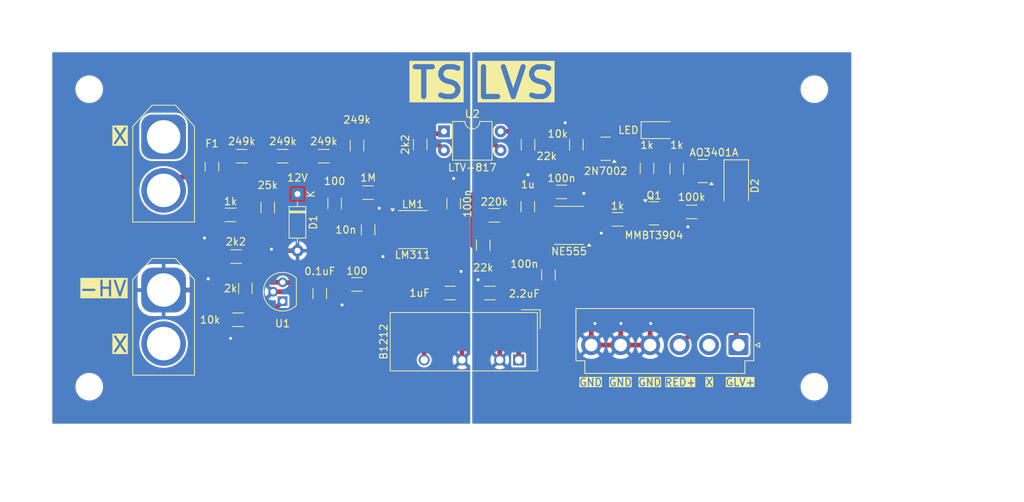
<source format=kicad_pcb>
(kicad_pcb (version 20240108) (generator "pcbnew") (generator_version "8.0")
  (layers (0 "F.Cu" signal) (31 "B.Cu" signal) (34 "B.Paste" user) (35 "F.Paste" user) (36 "B.SilkS" user "B.Silkscreen") (37 "F.SilkS" user "F.Silkscreen") (38 "B.Mask" user) (39 "F.Mask" user) (44 "Edge.Cuts" user))
  (net 0 "")
  (net 1 "/Vref")
  (net 2 "GND")
  (net 3 "Net-(LM1--)")
  (net 4 "Net-(LM1-+)")
  (net 5 "+12V")
  (net 6 "GLV-")
  (net 7 "VCC")
  (net 8 "Net-(U7-CV)")
  (net 9 "Net-(U7-THR)")
  (net 10 "/RED+")
  (net 11 "GLV+")
  (net 13 "/Vin")
  (net 14 "Net-(D3-K)")
  (net 15 "Net-(J1-Pin_2)")
  (net 16 "Net-(F1-Pad1)")
  (net 19 "Net-(LM1-Pad7)")
  (net 20 "Net-(LM1-BAL)")
  (net 21 "Net-(Q1-1)")
  (net 22 "Net-(Q1-3)")
  (net 23 "Net-(U1-REF)")
  (net 24 "Net-(R3-Pad2)")
  (net 25 "Net-(R5-Pad2)")
  (net 26 "Net-(R6-Pad1)")
  (net 27 "Net-(R8-Pad1)")
  (net 28 "Net-(R13-Pad2)")
  (net 29 "Net-(U4-G)")
  (net 30 "Net-(U4-D)")
  (net 31 "Net-(U7-DIS)")
  (net 32 "Net-(U7-Q)")
  (footprint "Capacitor_SMD:C_1206_3216Metric" (layer "F.Cu") (at 133.8825 89.9)
    (property "Reference" "C5" (hide yes))
    (property "Value" "2.2uF" (at 4.6175 0.1 360) (layer "F.SilkS"))
    (pad "1" smd roundrect (at -1.475 0) (size 1.15 1.8) (layers "F.Cu" "F.Paste" "F.Mask") (roundrect_rratio 0.217391) (net 6 "GLV-"))
    (pad "2" smd roundrect (at 1.475 0) (size 1.15 1.8) (layers "F.Cu" "F.Paste" "F.Mask") (roundrect_rratio 0.217391) (net 7 "VCC"))
  )
  (footprint "Capacitor_SMD:C_1206_3216Metric" (layer "F.Cu") (at 141.75 87.475 90)
    (property "Reference" "C6" (hide yes))
    (property "Value" "100n" (at 1.475 -3.25 180) (layer "F.SilkS"))
    (pad "1" smd roundrect (at -1.475 0 90) (size 1.15 1.8) (layers "F.Cu" "F.Paste" "F.Mask") (roundrect_rratio 0.217391) (net 6 "GLV-"))
    (pad "2" smd roundrect (at 1.475 0 90) (size 1.15 1.8) (layers "F.Cu" "F.Paste" "F.Mask") (roundrect_rratio 0.217391) (net 7 "VCC"))
  )
  (footprint "MountingHole:MountingHole_3.2mm_M3" (layer "F.Cu") (at 80 62.5)
    (property "Reference" "H4" (hide yes))
    (property "Value" "MountingHole" (hide yes))
    (pad "" np_thru_hole circle (at 0 0) (size 3.2 3.2) (drill 3.2) (layers "*.Cu" "*.Mask"))
  )
  (footprint "Resistor_SMD:R_1206_3216Metric" (layer "F.Cu") (at 100 93.5 180)
    (property "Reference" "R2" (hide yes))
    (property "Value" "10k" (at 3.75 0 180) (layer "F.SilkS"))
    (pad "1" smd roundrect (at -1.4625 0 180) (size 1.125 1.75) (layers "F.Cu" "F.Paste" "F.Mask") (roundrect_rratio 0.222222) (net 23 "Net-(U1-REF)"))
    (pad "2" smd roundrect (at 1.4625 0 180) (size 1.125 1.75) (layers "F.Cu" "F.Paste" "F.Mask") (roundrect_rratio 0.222222) (net 2 "GND"))
  )
  (footprint "Resistor_SMD:R_1206_3216Metric" (layer "F.Cu") (at 145.5 69.9625 90)
    (property "Reference" "R14" (hide yes))
    (property "Value" "10k" (at 1.4625 -2.5 180) (layer "F.SilkS"))
    (pad "1" smd roundrect (at -1.4625 0 90) (size 1.125 1.75) (layers "F.Cu" "F.Paste" "F.Mask") (roundrect_rratio 0.222222) (net 29 "Net-(U4-G)"))
    (pad "2" smd roundrect (at 1.4625 0 90) (size 1.125 1.75) (layers "F.Cu" "F.Paste" "F.Mask") (roundrect_rratio 0.222222) (net 6 "GLV-"))
  )
  (footprint "Resistor_SMD:R_1206_3216Metric" (layer "F.Cu") (at 134.475 79.4575 180)
    (property "Reference" "R17" (hide yes))
    (property "Value" "220k" (at 0 1.82 360) (layer "F.SilkS"))
    (pad "1" smd roundrect (at -1.4625 0 180) (size 1.125 1.75) (layers "F.Cu" "F.Paste" "F.Mask") (roundrect_rratio 0.222222) (net 9 "Net-(U7-THR)"))
    (pad "2" smd roundrect (at 1.4625 0 180) (size 1.125 1.75) (layers "F.Cu" "F.Paste" "F.Mask") (roundrect_rratio 0.222222) (net 31 "Net-(U7-DIS)"))
  )
  (footprint "Resistor_SMD:R_1206_3216Metric" (layer "F.Cu") (at 155 73.1375 90)
    (property "Reference" "R19" (hide yes))
    (property "Value" "1k" (at 3.1375 0 180) (layer "F.SilkS"))
    (pad "1" smd roundrect (at -1.4625 0 90) (size 1.125 1.75) (layers "F.Cu" "F.Paste" "F.Mask") (roundrect_rratio 0.222222) (net 22 "Net-(Q1-3)"))
    (pad "2" smd roundrect (at 1.4625 0 90) (size 1.125 1.75) (layers "F.Cu" "F.Paste" "F.Mask") (roundrect_rratio 0.222222) (net 14 "Net-(D3-K)"))
  )
  (footprint "MountingHole:MountingHole_3.2mm_M3" (layer "F.Cu") (at 177.5 102.5)
    (property "Reference" "H3" (hide yes))
    (property "Value" "MountingHole" (hide yes))
    (pad "" np_thru_hole circle (at 0 0) (size 3.2 3.2) (drill 3.2) (layers "*.Cu" "*.Mask"))
  )
  (footprint "Capacitor_SMD:C_1206_3216Metric" (layer "F.Cu") (at 129 77.875 90)
    (property "Reference" "C3" (hide yes))
    (property "Value" "100n" (at 0 1.85 90) (layer "F.SilkS"))
    (pad "1" smd roundrect (at -1.475 0 90) (size 1.15 1.8) (layers "F.Cu" "F.Paste" "F.Mask") (roundrect_rratio 0.217391) (net 5 "+12V"))
    (pad "2" smd roundrect (at 1.475 0 90) (size 1.15 1.8) (layers "F.Cu" "F.Paste" "F.Mask") (roundrect_rratio 0.217391) (net 2 "GND"))
  )
  (footprint "Connector_AMASS:AMASS_XT60-M_1x02_P7.20mm_Vertical" (layer "F.Cu") (at 90 89.5 -90)
    (property "Reference" "J2" (hide yes))
    (property "Value" "Conn_01x02_Pin" (hide yes))
    (pad "1" thru_hole roundrect (at 0 0 270) (size 6 6) (drill 4.5) (layers "*.Cu" "*.Mask") (net 2 "GND"))
    (pad "2" thru_hole circle (at 7.2 0 270) (size 6 6) (drill 4.5) (layers "*.Cu" "*.Mask"))
  )
  (footprint "Capacitor_SMD:C_1206_3216Metric" (layer "F.Cu") (at 117.5 81.4 -90)
    (property "Reference" "C2" (hide yes))
    (property "Value" "10n" (at 0 3 180) (layer "F.SilkS"))
    (pad "1" smd roundrect (at -1.475 0 270) (size 1.15 1.8) (layers "F.Cu" "F.Paste" "F.Mask") (roundrect_rratio 0.217391) (net 4 "Net-(LM1-+)"))
    (pad "2" smd roundrect (at 1.475 0 270) (size 1.15 1.8) (layers "F.Cu" "F.Paste" "F.Mask") (roundrect_rratio 0.217391) (net 3 "Net-(LM1--)"))
  )
  (footprint "Resistor_SMD:R_1206_3216Metric" (layer "F.Cu") (at 99.75 85 180)
    (property "Reference" "R4" (hide yes))
    (property "Value" "2k2" (at 0.0375 2 180) (layer "F.SilkS"))
    (pad "1" smd roundrect (at -1.4625 0 180) (size 1.125 1.75) (layers "F.Cu" "F.Paste" "F.Mask") (roundrect_rratio 0.222222) (net 1 "/Vref"))
    (pad "2" smd roundrect (at 1.4625 0 180) (size 1.125 1.75) (layers "F.Cu" "F.Paste" "F.Mask") (roundrect_rratio 0.222222) (net 5 "+12V"))
  )
  (footprint "Package_TO_SOT_THT:TO-92" (layer "F.Cu") (at 106 91 90)
    (property "Reference" "U1" (at -3 0 360) (layer "F.SilkS"))
    (property "Value" "TL431" (hide yes))
    (pad "1" thru_hole rect (at 0 0 90) (size 1.3 1.3) (drill 0.75) (layers "*.Cu" "*.Mask") (net 23 "Net-(U1-REF)"))
    (pad "2" thru_hole circle (at 1.27 -1.27 90) (size 1.3 1.3) (drill 0.75) (layers "*.Cu" "*.Mask") (net 2 "GND"))
    (pad "3" thru_hole circle (at 2.54 0 90) (size 1.3 1.3) (drill 0.75) (layers "*.Cu" "*.Mask") (net 1 "/Vref"))
  )
  (footprint "Resistor_SMD:R_1206_3216Metric" (layer "F.Cu") (at 132.975 83.4575 -90)
    (property "Reference" "R16" (hide yes))
    (property "Value" "22k" (at 3.0375 0 360) (layer "F.SilkS"))
    (pad "1" smd roundrect (at -1.4625 0 270) (size 1.125 1.75) (layers "F.Cu" "F.Paste" "F.Mask") (roundrect_rratio 0.222222) (net 31 "Net-(U7-DIS)"))
    (pad "2" smd roundrect (at 1.4625 0 270) (size 1.125 1.75) (layers "F.Cu" "F.Paste" "F.Mask") (roundrect_rratio 0.222222) (net 7 "VCC"))
  )
  (footprint "Resistor_SMD:R_1206_3216Metric" (layer "F.Cu") (at 151.0375 80 180)
    (property "Reference" "R18" (hide yes))
    (property "Value" "1k" (at 0 1.82 360) (layer "F.SilkS"))
    (pad "1" smd roundrect (at -1.4625 0 180) (size 1.125 1.75) (layers "F.Cu" "F.Paste" "F.Mask") (roundrect_rratio 0.222222) (net 21 "Net-(Q1-1)"))
    (pad "2" smd roundrect (at 1.4625 0 180) (size 1.125 1.75) (layers "F.Cu" "F.Paste" "F.Mask") (roundrect_rratio 0.222222) (net 32 "Net-(U7-Q)"))
  )
  (footprint "Capacitor_SMD:C_1206_3216Metric" (layer "F.Cu") (at 128.525 89.9 180)
    (property "Reference" "C4" (hide yes))
    (property "Value" "1uF" (at 4.1175 0 360) (layer "F.SilkS"))
    (pad "1" smd roundrect (at -1.475 0 180) (size 1.15 1.8) (layers "F.Cu" "F.Paste" "F.Mask") (roundrect_rratio 0.217391) (net 2 "GND"))
    (pad "2" smd roundrect (at 1.475 0 180) (size 1.15 1.8) (layers "F.Cu" "F.Paste" "F.Mask") (roundrect_rratio 0.217391) (net 5 "+12V"))
  )
  (footprint "Capacitor_SMD:C_1206_3216Metric" (layer "F.Cu") (at 138.975 78.305 -90)
    (property "Reference" "C8" (hide yes))
    (property "Value" "1u" (at -3 0 360) (layer "F.SilkS"))
    (pad "1" smd roundrect (at -1.475 0 270) (size 1.15 1.8) (layers "F.Cu" "F.Paste" "F.Mask") (roundrect_rratio 0.217391) (net 6 "GLV-"))
    (pad "2" smd roundrect (at 1.475 0 270) (size 1.15 1.8) (layers "F.Cu" "F.Paste" "F.Mask") (roundrect_rratio 0.217391) (net 9 "Net-(U7-THR)"))
  )
  (footprint "Capacitor_SMD:C_1206_3216Metric" (layer "F.Cu") (at 143.5 76.305 180)
    (property "Reference" "C7" (hide yes))
    (property "Value" "100n" (at 0 1.85 360) (layer "F.SilkS"))
    (pad "1" smd roundrect (at -1.475 0 180) (size 1.15 1.8) (layers "F.Cu" "F.Paste" "F.Mask") (roundrect_rratio 0.217391) (net 6 "GLV-"))
    (pad "2" smd roundrect (at 1.475 0 180) (size 1.15 1.8) (layers "F.Cu" "F.Paste" "F.Mask") (roundrect_rratio 0.217391) (net 8 "Net-(U7-CV)"))
  )
  (footprint "LED_SMD:LED_1206_3216Metric" (layer "F.Cu") (at 156.5 68)
    (property "Reference" "D3" (hide yes))
    (property "Value" "LED" (at -4 0 360) (layer "F.SilkS"))
    (pad "1" smd roundrect (at -1.4 0) (size 1.25 1.75) (layers "F.Cu" "F.Paste" "F.Mask") (roundrect_rratio 0.2) (net 14 "Net-(D3-K)"))
    (pad "2" smd roundrect (at 1.4 0) (size 1.25 1.75) (layers "F.Cu" "F.Paste" "F.Mask") (roundrect_rratio 0.2) (net 7 "VCC"))
  )
  (footprint "Fuse:Fuse_1206_3216Metric" (layer "F.Cu") (at 96.5 72.9 -90)
    (property "Reference" "F1" (at -3.1 0 180) (layer "F.SilkS"))
    (property "Value" "Fuse" (hide yes))
    (pad "1" smd roundrect (at -1.4 0 270) (size 1.25 1.75) (layers "F.Cu" "F.Paste" "F.Mask") (roundrect_rratio 0.2) (net 16 "Net-(F1-Pad1)"))
    (pad "2" smd roundrect (at 1.4 0 270) (size 1.25 1.75) (layers "F.Cu" "F.Paste" "F.Mask") (roundrect_rratio 0.2) (net 15 "Net-(J1-Pin_2)"))
  )
  (footprint "Resistor_SMD:R_1206_3216Metric" (layer "F.Cu") (at 104 78.4 90)
    (property "Reference" "R8" (hide yes))
    (property "Value" "25k" (at 3 0 180) (layer "F.SilkS"))
    (pad "1" smd roundrect (at -1.4625 0 90) (size 1.125 1.75) (layers "F.Cu" "F.Paste" "F.Mask") (roundrect_rratio 0.222222) (net 27 "Net-(R8-Pad1)"))
    (pad "2" smd roundrect (at 1.4625 0 90) (size 1.125 1.75) (layers "F.Cu" "F.Paste" "F.Mask") (roundrect_rratio 0.222222) (net 13 "/Vin"))
  )
  (footprint "Capacitor_SMD:C_1206_3216Metric" (layer "F.Cu") (at 111 89.975 -90)
    (property "Reference" "C1" (hide yes))
    (property "Value" "0.1uF" (at -3 0 360) (layer "F.SilkS"))
    (pad "1" smd roundrect (at -1.475 0 270) (size 1.15 1.8) (layers "F.Cu" "F.Paste" "F.Mask") (roundrect_rratio 0.217391) (net 1 "/Vref"))
    (pad "2" smd roundrect (at 1.475 0 270) (size 1.15 1.8) (layers "F.Cu" "F.Paste" "F.Mask") (roundrect_rratio 0.217391) (net 2 "GND"))
  )
  (footprint "Package_TO_SOT_SMD:SOT-23" (layer "F.Cu") (at 149.4375 70.5 180)
    (property "Reference" "U4" (hide yes))
    (property "Value" "2N7002" (at 0 -3 360) (layer "F.SilkS"))
    (pad "1" smd roundrect (at -0.9375 -0.95 180) (size 1.475 0.6) (layers "F.Cu" "F.Paste" "F.Mask") (net 29 "Net-(U4-G)"))
    (pad "2" smd roundrect (at -0.9375 0.95 180) (size 1.475 0.6) (layers "F.Cu" "F.Paste" "F.Mask") (net 6 "GLV-"))
    (pad "3" smd roundrect (at 0.9375 0 180) (size 1.475 0.6) (layers "F.Cu" "F.Paste" "F.Mask") (net 30 "Net-(U4-D)"))
  )
  (footprint "Resistor_SMD:R_1206_3216Metric" (layer "F.Cu") (at 116 70.0625 -90)
    (property "Reference" "R7" (hide yes))
    (property "Value" "249k" (at -3.4625 0 180) (layer "F.SilkS"))
    (pad "1" smd roundrect (at -1.4625 0 270) (size 1.125 1.75) (layers "F.Cu" "F.Paste" "F.Mask") (roundrect_rratio 0.222222) (net 26 "Net-(R6-Pad1)"))
    (pad "2" smd roundrect (at 1.4625 0 270) (size 1.125 1.75) (layers "F.Cu" "F.Paste" "F.Mask") (roundrect_rratio 0.222222) (net 13 "/Vin"))
  )
  (footprint "Package_SO:SOIC-8_3.9x4.9mm_P1.27mm" (layer "F.Cu") (at 123.5 81.375)
    (property "Reference" "LM1" (at 0 -3.4 0) (layer "F.SilkS"))
    (property "Value" "LM311" (at 0 3.4 0) (layer "F.SilkS"))
    (pad "1" smd roundrect (at -2.475 -1.905) (size 1.95 0.6) (layers "F.Cu" "F.Paste" "F.Mask") (net 2 "GND"))
    (pad "2" smd roundrect (at -2.475 -0.635) (size 1.95 0.6) (layers "F.Cu" "F.Paste" "F.Mask") (net 4 "Net-(LM1-+)"))
    (pad "3" smd roundrect (at -2.475 0.635) (size 1.95 0.6) (layers "F.Cu" "F.Paste" "F.Mask") (net 3 "Net-(LM1--)"))
    (pad "4" smd roundrect (at -2.475 1.905) (size 1.95 0.6) (layers "F.Cu" "F.Paste" "F.Mask") (net 2 "GND"))
    (pad "5" smd roundrect (at 2.475 1.905) (size 1.95 0.6) (layers "F.Cu" "F.Paste" "F.Mask") (net 20 "Net-(LM1-BAL)"))
    (pad "6" smd roundrect (at 2.475 0.635) (size 1.95 0.6) (layers "F.Cu" "F.Paste" "F.Mask") (net 20 "Net-(LM1-BAL)"))
    (pad "7" smd roundrect (at 2.475 -0.635) (size 1.95 0.6) (layers "F.Cu" "F.Paste" "F.Mask") (net 19 "Net-(LM1-Pad7)"))
    (pad "8" smd roundrect (at 2.475 -1.905) (size 1.95 0.6) (layers "F.Cu" "F.Paste" "F.Mask") (net 5 "+12V"))
  )
  (footprint "MountingHole:MountingHole_3.2mm_M3" (layer "F.Cu") (at 177.5 62.5)
    (property "Reference" "H1" (hide yes))
    (property "Value" "MountingHole" (hide yes))
    (pad "" np_thru_hole circle (at 0 0) (size 3.2 3.2) (drill 3.2) (layers "*.Cu" "*.Mask"))
  )
  (footprint "Connector_JST:JST_VH_B6P-VH_1x06_P3.96mm_Vertical" (layer "F.Cu") (at 167.3 96.9 180)
    (property "Reference" "Conn_01x1" (hide yes))
    (property "Value" "Conn_01x06" (hide yes))
    (pad "1" thru_hole roundrect (at 0 0 180) (size 2.7 2.7) (drill 1.7) (layers "*.Cu" "*.Mask") (roundrect_rratio 0.092593) (net 11 "GLV+"))
    (pad "2" thru_hole circle (at 3.96 0 180) (size 2.7 2.7) (drill 1.7) (layers "*.Cu" "*.Mask"))
    (pad "3" thru_hole circle (at 7.92 0 180) (size 2.7 2.7) (drill 1.7) (layers "*.Cu" "*.Mask") (net 10 "/RED+"))
    (pad "4" thru_hole circle (at 11.88 0 180) (size 2.7 2.7) (drill 1.7) (layers "*.Cu" "*.Mask") (net 6 "GLV-"))
    (pad "5" thru_hole circle (at 15.84 0 180) (size 2.7 2.7) (drill 1.7) (layers "*.Cu" "*.Mask") (net 6 "GLV-"))
    (pad "6" thru_hole circle (at 19.8 0 180) (size 2.7 2.7) (drill 1.7) (layers "*.Cu" "*.Mask") (net 6 "GLV-"))
  )
  (footprint "Diode_SMD:D_SMA" (layer "F.Cu") (at 167 75.5 -90)
    (property "Reference" "D2" (at 0 -2.5 90) (layer "F.SilkS"))
    (property "Value" "D" (hide yes))
    (pad "1" smd roundrect (at -2 0 270) (size 2.5 1.8) (layers "F.Cu" "F.Paste" "F.Mask") (roundrect_rratio 0.1388888889) (net 7 "VCC"))
    (pad "2" smd roundrect (at 2 0 270) (size 2.5 1.8) (layers "F.Cu" "F.Paste" "F.Mask") (roundrect_rratio 0.1388888889) (net 11 "GLV+"))
  )
  (footprint "Resistor_SMD:R_1206_3216Metric" (layer "F.Cu") (at 106 71.5)
    (property "Reference" "R5" (hide yes))
    (property "Value" "249k" (at 0.0375 -2 180) (layer "F.SilkS"))
    (pad "1" smd roundrect (at -1.4625 0) (size 1.125 1.75) (layers "F.Cu" "F.Paste" "F.Mask") (roundrect_rratio 0.222222) (net 24 "Net-(R3-Pad2)"))
    (pad "2" smd roundrect (at 1.4625 0) (size 1.125 1.75) (layers "F.Cu" "F.Paste" "F.Mask") (roundrect_rratio 0.222222) (net 25 "Net-(R5-Pad2)"))
  )
  (footprint "Package_TO_SOT_SMD:SOT-23" (layer "F.Cu") (at 155.9375 79.1875)
    (property "Reference" "Q1" (at 0 -2.4 360) (layer "F.SilkS"))
    (property "Value" "MMBT3904" (at 0 2.95 360) (layer "F.SilkS"))
    (pad "1" smd roundrect (at -0.9375 -0.95) (size 1.475 0.6) (layers "F.Cu" "F.Paste" "F.Mask") (net 22 "Net-(Q1-3)"))
    (pad "2" smd roundrect (at -0.9375 0.95) (size 1.475 0.6) (layers "F.Cu" "F.Paste" "F.Mask") (net 21 "Net-(Q1-1)"))
    (pad "3" smd roundrect (at 0.9375 0) (size 1.475 0.6) (layers "F.Cu" "F.Paste" "F.Mask") (net 6 "GLV-"))
  )
  (footprint "Resistor_SMD:R_1206_3216Metric" (layer "F.Cu") (at 159 73.2125 90)
    (property "Reference" "R20" (hide yes))
    (property "Value" "1k" (at 3.2125 0 180) (layer "F.SilkS"))
    (pad "1" smd roundrect (at -1.4625 0 90) (size 1.125 1.75) (layers "F.Cu" "F.Paste" "F.Mask") (roundrect_rratio 0.222222) (net 22 "Net-(Q1-3)"))
    (pad "2" smd roundrect (at 1.4625 0 90) (size 1.125 1.75) (layers "F.Cu" "F.Paste" "F.Mask") (roundrect_rratio 0.222222) (net 7 "VCC"))
  )
  (footprint "Resistor_SMD:R_1206_3216Metric" (layer "F.Cu") (at 124.5 69.9375 90)
    (property "Reference" "R13" (hide yes))
    (property "Value" "2k2" (at 0 -2 90) (layer "F.SilkS"))
    (pad "1" smd roundrect (at -1.4625 0 90) (size 1.125 1.75) (layers "F.Cu" "F.Paste" "F.Mask") (roundrect_rratio 0.222222) (net 5 "+12V"))
    (pad "2" smd roundrect (at 1.4625 0 90) (size 1.125 1.75) (layers "F.Cu" "F.Paste" "F.Mask") (roundrect_rratio 0.222222) (net 28 "Net-(R13-Pad2)"))
  )
  (footprint "Converter_DCDC:Converter_DCDC_TRACO_TBA2-xxxx_Single_THT" (layer "F.Cu") (at 137.7375 98.9 -90)
    (property "Reference" "U3" (hide yes))
    (property "Value" "B1212" (at -2.45 18.15 90) (layer "F.SilkS"))
    (pad "1" thru_hole rect (at 0 0 270) (size 1.5 1.5) (drill 1) (layers "*.Cu" "*.Mask") (net 7 "VCC"))
    (pad "2" thru_hole circle (at 0 2.54 270) (size 1.5 1.5) (drill 1) (layers "*.Cu" "*.Mask") (net 6 "GLV-"))
    (pad "4" thru_hole circle (at 0 7.62 270) (size 1.5 1.5) (drill 1) (layers "*.Cu" "*.Mask") (net 2 "GND"))
    (pad "6" thru_hole circle (at 0 12.7 270) (size 1.5 1.5) (drill 1) (layers "*.Cu" "*.Mask") (net 5 "+12V"))
  )
  (footprint "Package_TO_SOT_SMD:SOT-23" (layer "F.Cu") (at 162.5 73.5 180)
    (property "Reference" "Q3" (hide yes))
    (property "Value" "AO3401A" (at -1.5 2.5 360) (layer "F.SilkS"))
    (pad "1" smd roundrect (at -0.9375 -0.95 180) (size 1.475 0.6) (layers "F.Cu" "F.Paste" "F.Mask") (net 22 "Net-(Q1-3)"))
    (pad "2" smd roundrect (at -0.9375 0.95 180) (size 1.475 0.6) (layers "F.Cu" "F.Paste" "F.Mask") (net 7 "VCC"))
    (pad "3" smd roundrect (at 0.9375 0 180) (size 1.475 0.6) (layers "F.Cu" "F.Paste" "F.Mask") (net 10 "/RED+"))
  )
  (footprint "Package_DIP:DIP-4_W7.62mm" (layer "F.Cu") (at 127.7 68.1625)
    (property "Reference" "U2" (at 3.81 -2.33 0) (layer "F.SilkS"))
    (property "Value" "LTV-817" (at 3.81 4.87 0) (layer "F.SilkS"))
    (pad "1" thru_hole rect (at 0 0) (size 1.6 1.6) (drill 0.8) (layers "*.Cu" "*.Mask") (net 28 "Net-(R13-Pad2)"))
    (pad "2" thru_hole oval (at 0 2.54) (size 1.6 1.6) (drill 0.8) (layers "*.Cu" "*.Mask") (net 19 "Net-(LM1-Pad7)"))
    (pad "3" thru_hole oval (at 7.62 2.54) (size 1.6 1.6) (drill 0.8) (layers "*.Cu" "*.Mask") (net 29 "Net-(U4-G)"))
    (pad "4" thru_hole oval (at 7.62 0) (size 1.6 1.6) (drill 0.8) (layers "*.Cu" "*.Mask") (net 7 "VCC"))
  )
  (footprint "Resistor_SMD:R_1206_3216Metric" (layer "F.Cu") (at 161 79)
    (property "Reference" "R21" (hide yes))
    (property "Value" "100k" (at 0 -2 0) (layer "F.SilkS"))
    (pad "1" smd roundrect (at -1.4625 0) (size 1.125 1.75) (layers "F.Cu" "F.Paste" "F.Mask") (roundrect_rratio 0.222222) (net 6 "GLV-"))
    (pad "2" smd roundrect (at 1.4625 0) (size 1.125 1.75) (layers "F.Cu" "F.Paste" "F.Mask") (roundrect_rratio 0.222222) (net 22 "Net-(Q1-3)"))
  )
  (footprint "MountingHole:MountingHole_3.2mm_M3" (layer "F.Cu") (at 80 102.5)
    (property "Reference" "H2" (hide yes))
    (property "Value" "MountingHole" (hide yes))
    (pad "" np_thru_hole circle (at 0 0) (size 3.2 3.2) (drill 3.2) (layers "*.Cu" "*.Mask"))
  )
  (footprint "Resistor_SMD:R_1206_3216Metric" (layer "F.Cu") (at 113 77.8625 90)
    (property "Reference" "R10" (hide yes))
    (property "Value" "100" (at 3 0 180) (layer "F.SilkS"))
    (pad "1" smd roundrect (at -1.4625 0 90) (size 1.125 1.75) (layers "F.Cu" "F.Paste" "F.Mask") (roundrect_rratio 0.222222) (net 4 "Net-(LM1-+)"))
    (pad "2" smd roundrect (at 1.4625 0 90) (size 1.125 1.75) (layers "F.Cu" "F.Paste" "F.Mask") (roundrect_rratio 0.222222) (net 13 "/Vin"))
  )
  (footprint "Resistor_SMD:R_1206_3216Metric" (layer "F.Cu") (at 117.5 76.4)
    (property "Reference" "R12" (hide yes))
    (property "Value" "1M" (at 0 -2 0) (layer "F.SilkS"))
    (pad "1" smd roundrect (at -1.4625 0) (size 1.125 1.75) (layers "F.Cu" "F.Paste" "F.Mask") (roundrect_rratio 0.222222) (net 13 "/Vin"))
    (pad "2" smd roundrect (at 1.4625 0) (size 1.125 1.75) (layers "F.Cu" "F.Paste" "F.Mask") (roundrect_rratio 0.222222) (net 19 "Net-(LM1-Pad7)"))
  )
  (footprint "Resistor_SMD:R_1206_3216Metric" (layer "F.Cu") (at 99 79.4 180)
    (property "Reference" "R9" (hide yes))
    (property "Value" "1k" (at 0 1.82 360) (layer "F.SilkS"))
    (pad "1" smd roundrect (at -1.4625 0 180) (size 1.125 1.75) (layers "F.Cu" "F.Paste" "F.Mask") (roundrect_rratio 0.222222) (net 27 "Net-(R8-Pad1)"))
    (pad "2" smd roundrect (at 1.4625 0 180) (size 1.125 1.75) (layers "F.Cu" "F.Paste" "F.Mask") (roundrect_rratio 0.222222) (net 2 "GND"))
  )
  (footprint "Diode_THT:D_DO-35_SOD27_P7.62mm_Horizontal" (layer "F.Cu") (at 108 76.59 -90)
    (property "Reference" "D1" (at 3.81 -2.12 90) (layer "F.SilkS"))
    (property "Value" "12V" (at -2.19 0 180) (layer "F.SilkS"))
    (fp_text user "K" (at 0 -1.8 90) (layer "F.SilkS"))
    (pad "1" thru_hole rect (at 0 0 270) (size 1.6 1.6) (drill 0.8) (layers "*.Cu" "*.Mask") (net 13 "/Vin"))
    (pad "2" thru_hole oval (at 7.62 0 270) (size 1.6 1.6) (drill 0.8) (layers "*.Cu" "*.Mask") (net 2 "GND"))
  )
  (footprint "Resistor_SMD:R_1206_3216Metric" (layer "F.Cu") (at 111.5375 71.5 180)
    (property "Reference" "R6" (hide yes))
    (property "Value" "249k" (at 0 2 180) (layer "F.SilkS"))
    (pad "1" smd roundrect (at -1.4625 0 180) (size 1.125 1.75) (layers "F.Cu" "F.Paste" "F.Mask") (roundrect_rratio 0.222222) (net 26 "Net-(R6-Pad1)"))
    (pad "2" smd roundrect (at 1.4625 0 180) (size 1.125 1.75) (layers "F.Cu" "F.Paste" "F.Mask") (roundrect_rratio 0.222222) (net 25 "Net-(R5-Pad2)"))
  )
  (footprint "Resistor_SMD:R_1206_3216Metric" (layer "F.Cu") (at 101 89.2875 -90)
    (property "Reference" "R1" (hide yes))
    (property "Value" "2k" (at 0 2 360) (layer "F.SilkS"))
    (pad "1" smd roundrect (at -1.4625 0 270) (size 1.125 1.75) (layers "F.Cu" "F.Paste" "F.Mask") (roundrect_rratio 0.222222) (net 1 "/Vref"))
    (pad "2" smd roundrect (at 1.4625 0 270) (size 1.125 1.75) (layers "F.Cu" "F.Paste" "F.Mask") (roundrect_rratio 0.222222) (net 23 "Net-(U1-REF)"))
  )
  (footprint "Package_SO:SOIC-8_3.9x4.9mm_P1.27mm" (layer "F.Cu") (at 144.525 80.805 180)
    (property "Reference" "U7" (hide yes))
    (property "Value" "NE555" (at 0 -3.5 360) (layer "F.SilkS"))
    (pad "1" smd roundrect (at -2.475 -1.905 180) (size 1.95 0.6) (layers "F.Cu" "F.Paste" "F.Mask") (net 6 "GLV-"))
    (pad "2" smd roundrect (at -2.475 -0.635 180) (size 1.95 0.6) (layers "F.Cu" "F.Paste" "F.Mask") (net 9 "Net-(U7-THR)"))
    (pad "3" smd roundrect (at -2.475 0.635 180) (size 1.95 0.6) (layers "F.Cu" "F.Paste" "F.Mask") (net 32 "Net-(U7-Q)"))
    (pad "4" smd roundrect (at -2.475 1.905 180) (size 1.95 0.6) (layers "F.Cu" "F.Paste" "F.Mask") (net 30 "Net-(U4-D)"))
    (pad "5" smd roundrect (at 2.475 1.905 180) (size 1.95 0.6) (layers "F.Cu" "F.Paste" "F.Mask") (net 8 "Net-(U7-CV)"))
    (pad "6" smd roundrect (at 2.475 0.635 180) (size 1.95 0.6) (layers "F.Cu" "F.Paste" "F.Mask") (net 9 "Net-(U7-THR)"))
    (pad "7" smd roundrect (at 2.475 -0.635 180) (size 1.95 0.6) (layers "F.Cu" "F.Paste" "F.Mask") (net 31 "Net-(U7-DIS)"))
    (pad "8" smd roundrect (at 2.475 -1.905 180) (size 1.95 0.6) (layers "F.Cu" "F.Paste" "F.Mask") (net 7 "VCC"))
  )
  (footprint "Resistor_SMD:R_1206_3216Metric" (layer "F.Cu") (at 139 69.9625 90)
    (property "Reference" "R15" (hide yes))
    (property "Value" "22k" (at -1.5375 2.5 180) (layer "F.SilkS"))
    (pad "1" smd roundrect (at -1.4625 0 90) (size 1.125 1.75) (layers "F.Cu" "F.Paste" "F.Mask") (roundrect_rratio 0.222222) (net 30 "Net-(U4-D)"))
    (pad "2" smd roundrect (at 1.4625 0 90) (size 1.125 1.75) (layers "F.Cu" "F.Paste" "F.Mask") (roundrect_rratio 0.222222) (net 7 "VCC"))
  )
  (footprint "Connector_AMASS:AMASS_XT60-M_1x02_P7.20mm_Vertical" (layer "F.Cu") (at 90 68.9 -90)
    (property "Reference" "J1" (hide yes))
    (property "Value" "Conn_01x02_Pin" (hide yes))
    (pad "1" thru_hole roundrect (at 0 0 270) (size 6 6) (drill 4.5) (layers "*.Cu" "*.Mask"))
    (pad "2" thru_hole circle (at 7.2 0 270) (size 6 6) (drill 4.5) (layers "*.Cu" "*.Mask") (net 15 "Net-(J1-Pin_2)"))
  )
  (footprint "Resistor_SMD:R_1206_3216Metric" (layer "F.Cu") (at 116 88.75 180)
    (property "Reference" "R11" (hide yes))
    (property "Value" "100" (at 0 1.82 360) (layer "F.SilkS"))
    (pad "1" smd roundrect (at -1.4625 0 180) (size 1.125 1.75) (layers "F.Cu" "F.Paste" "F.Mask") (roundrect_rratio 0.222222) (net 3 "Net-(LM1--)"))
    (pad "2" smd roundrect (at 1.4625 0 180) (size 1.125 1.75) (layers "F.Cu" "F.Paste" "F.Mask") (roundrect_rratio 0.222222) (net 1 "/Vref"))
  )
  (footprint "Resistor_SMD:R_1206_3216Metric" (layer "F.Cu") (at 100.5 71.5)
    (property "Reference" "R3" (hide yes))
    (property "Value" "249k" (at 0 -2 180) (layer "F.SilkS"))
    (pad "1" smd roundrect (at -1.4625 0) (size 1.125 1.75) (layers "F.Cu" "F.Paste" "F.Mask") (roundrect_rratio 0.222222) (net 16 "Net-(F1-Pad1)"))
    (pad "2" smd roundrect (at 1.4625 0) (size 1.125 1.75) (layers "F.Cu" "F.Paste" "F.Mask") (roundrect_rratio 0.222222) (net 24 "Net-(R3-Pad2)"))
  )
  (gr_rect (start 75 57.5) (end 182.5 107.5) (stroke (width 0.05)) (fill none) (layer "Edge.Cuts"))
  (gr_text "TS" (at 123 64 0) (layer "F.SilkS" knockout) (effects (font (size 4 4) (thickness 0.7) (bold yes)) (justify left bottom)))
  (gr_text "X" (at 162.8 102.5 0) (layer "F.SilkS" knockout) (effects (font (size 1 1)) (justify left bottom)))
  (gr_text "X" (at 83 70 0) (layer "F.SilkS" knockout) (effects (font (size 2 2) (thickness 0.3)) (justify left bottom)))
  (gr_text "-HV" (at 78.5 90.5 0) (layer "F.SilkS" knockout) (effects (font (size 2 2) (thickness 0.3)) (justify left bottom)))
  (gr_text "LVS\n" (at 131.6 64 0) (layer "F.SilkS" knockout) (effects (font (size 4 4) (thickness 0.7) (bold yes)) (justify left bottom)))
  (gr_text "RED+" (at 157.3 102.5 0) (layer "F.SilkS" knockout) (effects (font (size 1 1)) (justify left bottom)))
  (gr_text "GND" (at 153.75 102.5 0) (layer "F.SilkS" knockout) (effects (font (size 1 1)) (justify left bottom)))
  (gr_text "X" (at 83 98 0) (layer "F.SilkS" knockout) (effects (font (size 2 2) (thickness 0.3)) (justify left bottom)))
  (gr_text "GND" (at 145.8 102.5 0) (layer "F.SilkS" knockout) (effects (font (size 1 1)) (justify left bottom)))
  (gr_text "GND" (at 149.8 102.5 0) (layer "F.SilkS" knockout) (effects (font (size 1 1)) (justify left bottom)))
  (gr_text "GLV+" (at 165.5 102.5 0) (layer "F.SilkS" knockout) (effects (font (size 1 1)) (justify left bottom)))
  (segment (start 114.5375 88.75) (end 111.25 88.75) (width 0.635) (layer "F.Cu") (net 1))
  (segment (start 111.25 88.75) (end 111 88.5) (width 0.635) (layer "F.Cu") (net 1))
  (segment (start 111 88.5) (end 106.04 88.5) (width 0.635) (layer "F.Cu") (net 1))
  (segment (start 106.04 88.5) (end 106 88.46) (width 0.635) (layer "F.Cu") (net 1))
  (segment (start 101 87.825) (end 101 85.2125) (width 0.635) (layer "F.Cu") (net 1))
  (segment (start 101.635 88.46) (end 101 87.825) (width 0.635) (layer "F.Cu") (net 1))
  (segment (start 101 85.2125) (end 101.2125 85) (width 0.635) (layer "F.Cu") (net 1))
  (segment (start 106 88.46) (end 101.635 88.46) (width 0.635) (layer "F.Cu") (net 1))
  (segment (start 129 76.4) (end 129 74.5) (width 0.635) (layer "F.Cu") (net 2))
  (segment (start 119.97 79.47) (end 119 78.5) (width 0.635) (layer "F.Cu") (net 2))
  (segment (start 111 91.45) (end 113.95 91.45) (width 0.635) (layer "F.Cu") (net 2))
  (segment (start 121.025 83.475) (end 119.5 85) (width 0.635) (layer "F.Cu") (net 2))
  (segment (start 97.5375 80.4625) (end 95.5 82.5) (width 0.635) (layer "F.Cu") (net 2))
  (segment (start 113.95 91.45) (end 114 91.5) (width 0.635) (layer "F.Cu") (net 2))
  (segment (start 108 84.21) (end 104.71 84.21) (width 0.635) (layer "F.Cu") (net 2))
  (segment (start 130 89.9) (end 130 87) (width 0.635) (layer "F.Cu") (net 2))
  (segment (start 98.5375 93.5) (end 98.5375 95.5375) (width 0.635) (layer "F.Cu") (net 2))
  (segment (start 130.1175 98.9) (end 130.1175 90.0175) (width 0.635) (layer "F.Cu") (net 2))
  (segment (start 94.5375 89.5) (end 94.5375 89.4625) (width 0.635) (layer "F.Cu") (net 2))
  (segment (start 130.1175 90.0175) (end 130 89.9) (width 0.635) (layer "F.Cu") (net 2))
  (segment (start 121.025 79.47) (end 119.97 79.47) (width 0.635) (layer "F.Cu") (net 2))
  (segment (start 98.5375 95.5375) (end 99 96) (width 0.635) (layer "F.Cu") (net 2))
  (segment (start 109.28 89.73) (end 104.73 89.73) (width 0.635) (layer "F.Cu") (net 2))
  (segment (start 111 91.45) (end 109.28 89.73) (width 0.635) (layer "F.Cu") (net 2))
  (segment (start 94.5375 89.5) (end 98.5375 93.5) (width 0.635) (layer "F.Cu") (net 2))
  (segment (start 94.5375 89.4625) (end 96 88) (width 0.635) (layer "F.Cu") (net 2))
  (segment (start 90 89.5) (end 94.5375 89.5) (width 0.635) (layer "F.Cu") (net 2))
  (segment (start 97.5375 79.4) (end 97.5375 80.4625) (width 0.635) (layer "F.Cu") (net 2))
  (segment (start 121.025 83.28) (end 121.025 83.475) (width 0.635) (layer "F.Cu") (net 2))
  (segment (start 104.71 84.21) (end 104.5 84) (width 0.635) (layer "F.Cu") (net 2))
  (via (at 119.5 85) (size 0.8) (drill 0.4) (layers "F.Cu" "B.Cu") (net 2))
  (via (at 99 96) (size 0.8) (drill 0.4) (layers "F.Cu" "B.Cu") (net 2))
  (via (at 104.5 84) (size 0.8) (drill 0.4) (layers "F.Cu" "B.Cu") (net 2))
  (via (at 96 88) (size 0.8) (drill 0.4) (layers "F.Cu" "B.Cu") (net 2))
  (via (at 95.5 82.5) (size 0.8) (drill 0.4) (layers "F.Cu" "B.Cu") (net 2))
  (via (at 114 91.5) (size 0.8) (drill 0.4) (layers "F.Cu" "B.Cu") (net 2))
  (via (at 119 78.5) (size 0.8) (drill 0.4) (layers "F.Cu" "B.Cu") (net 2))
  (via (at 130 87) (size 0.8) (drill 0.4) (layers "F.Cu" "B.Cu") (net 2))
  (via (at 129 74.5) (size 0.8) (drill 0.4) (layers "F.Cu" "B.Cu") (net 2))
  (segment (start 117.4625 82.9125) (end 117.5 82.875) (width 0.635) (layer "F.Cu") (net 3))
  (segment (start 117.4625 88.75) (end 117.4625 82.9125) (width 0.635) (layer "F.Cu") (net 3))
  (segment (start 118.365 82.01) (end 117.5 82.875) (width 0.635) (layer "F.Cu") (net 3))
  (segment (start 121.025 82.01) (end 118.365 82.01) (width 0.635) (layer "F.Cu") (net 3))
  (segment (start 118.315 80.74) (end 117.5 79.925) (width 0.635) (layer "F.Cu") (net 4))
  (segment (start 113 79.325) (end 116.9 79.325) (width 0.635) (layer "F.Cu") (net 4))
  (segment (start 121.025 80.74) (end 118.315 80.74) (width 0.635) (layer "F.Cu") (net 4))
  (segment (start 116.9 79.325) (end 117.5 79.925) (width 0.635) (layer "F.Cu") (net 4))
  (segment (start 100.205 83.0825) (end 102.284959 83.0825) (width 0.635) (layer "F.Cu") (net 5))
  (segment (start 123 88) (end 127.05 88) (width 0.635) (layer "F.Cu") (net 5))
  (segment (start 129 85) (end 127.05 86.95) (width 0.635) (layer "F.Cu") (net 5))
  (segment (start 128.88 79.47) (end 129 79.35) (width 0.635) (layer "F.Cu") (net 5))
  (segment (start 114.944836 87.1275) (end 115.6175 87.800164) (width 0.635) (layer "F.Cu") (net 5))
  (segment (start 115.6175 87.800164) (end 115.6175 89.699836) (width 0.635) (layer "F.Cu") (net 5))
  (segment (start 125.975 79.47) (end 127 79.47) (width 0.635) (layer "F.Cu") (net 5))
  (segment (start 120.8575 90.1425) (end 123 88) (width 0.635) (layer "F.Cu") (net 5))
  (segment (start 125.0375 98.9) (end 125.0375 91.9125) (width 0.635) (layer "F.Cu") (net 5))
  (segment (start 116.060164 90.1425) (end 120.8575 90.1425) (width 0.635) (layer "F.Cu") (net 5))
  (segment (start 102.284959 83.0825) (end 106.329959 87.1275) (width 0.635) (layer "F.Cu") (net 5))
  (segment (start 127.05 86.95) (end 127.05 88) (width 0.635) (layer "F.Cu") (net 5))
  (segment (start 115.6175 89.699836) (end 116.060164 90.1425) (width 0.635) (layer "F.Cu") (net 5))
  (segment (start 106.329959 87.1275) (end 114.944836 87.1275) (width 0.635) (layer "F.Cu") (net 5))
  (segment (start 127 79.47) (end 128.88 79.47) (width 0.635) (layer "F.Cu") (net 5))
  (segment (start 127.05 88) (end 127.05 89.9) (width 0.635) (layer "F.Cu") (net 5))
  (segment (start 98.2875 85) (end 100.205 83.0825) (width 0.635) (layer "F.Cu") (net 5))
  (segment (start 127 77.35) (end 129 79.35) (width 0.635) (layer "F.Cu") (net 5))
  (segment (start 129 79.35) (end 129 85) (width 0.635) (layer "F.Cu") (net 5))
  (segment (start 127 73.9) (end 127 77.35) (width 0.635) (layer "F.Cu") (net 5))
  (segment (start 127 73.9) (end 124.5 71.4) (width 0.635) (layer "F.Cu") (net 5))
  (segment (start 125.0375 91.9125) (end 127.05 89.9) (width 0.635) (layer "F.Cu") (net 5))
  (segment (start 135.1975 92.69) (end 132.4075 89.9) (width 0.635) (layer "F.Cu") (net 6))
  (segment (start 135.1975 98.9) (end 135.1975 92.69) (width 0.635) (layer "F.Cu") (net 6))
  (segment (start 147.5 96.9) (end 147.5 94.7) (width 0.635) (layer "F.Cu") (net 6))
  (segment (start 159.5375 80.0375) (end 160.5 81) (width 0.635) (layer "F.Cu") (net 6))
  (segment (start 146.305 76.305) (end 146.5 76.5) (width 0.635) (layer "F.Cu") (net 6))
  (segment (start 147.992458 82.71) (end 148.851229 81.851229) (width 0.635) (layer "F.Cu") (net 6))
  (segment (start 145.5 68.5) (end 149.325 68.5) (width 0.635) (layer "F.Cu") (net 6))
  (segment (start 151.46 94.04) (end 151.5 94) (width 0.635) (layer "F.Cu") (net 6))
  (segment (start 151.46 96.9) (end 155.42 96.9) (width 0.635) (layer "F.Cu") (net 6))
  (segment (start 140.9175 74.8875) (end 143.5575 74.8875) (width 0.635) (layer "F.Cu") (net 6))
  (segment (start 159.5375 79) (end 159.5375 80.0375) (width 0.635) (layer "F.Cu") (net 6))
  (segment (start 147 82.71) (end 147.992458 82.71) (width 0.635) (layer "F.Cu") (net 6))
  (segment (start 147.5 94.7) (end 148 94.2) (width 0.635) (layer "F.Cu") (net 6))
  (segment (start 157.0625 79) (end 156.875 79.1875) (width 0.635) (layer "F.Cu") (net 6))
  (segment (start 132.280383 88.116928) (end 132.280383 89.772883) (width 0.635) (layer "F.Cu") (net 6))
  (segment (start 144.975 76.305) (end 146.305 76.305) (width 0.635) (layer "F.Cu") (net 6))
  (segment (start 145.5 68.5) (end 144 67) (width 0.635) (layer "F.Cu") (net 6))
  (segment (start 149.325 68.5) (end 150.375 69.55) (width 0.635) (layer "F.Cu") (net 6))
  (segment (start 138.975 76.83) (end 140.6525 75.1525) (width 0.635) (layer "F.Cu") (net 6))
  (segment (start 155.42 96.9) (end 155.42 94.08) (width 0.635) (layer "F.Cu") (net 6))
  (segment (start 139.5 74) (end 139 74) (width 0.635) (layer "F.Cu") (net 6))
  (segment (start 143.5575 74.8875) (end 144.975 76.305) (width 0.635) (layer "F.Cu") (net 6))
  (segment (start 155.42 94.08) (end 155.5 94) (width 0.635) (layer "F.Cu") (net 6))
  (segment (start 147.5 94.7) (end 141.75 88.95) (width 0.635) (layer "F.Cu") (net 6))
  (segment (start 132.280383 89.772883) (end 132.4075 89.9) (width 0.635) (layer "F.Cu") (net 6))
  (segment (start 140.6525 75.1525) (end 139.5 74) (width 0.635) (layer "F.Cu") (net 6))
  (segment (start 140.6525 75.1525) (end 140.9175 74.8875) (width 0.635) (layer "F.Cu") (net 6))
  (segment (start 147.5 96.9) (end 151.46 96.9) (width 0.635) (layer "F.Cu") (net 6))
  (segment (start 151.46 96.9) (end 151.46 94.04) (width 0.635) (layer "F.Cu") (net 6))
  (segment (start 148 94.2) (end 148 94) (width 0.635) (layer "F.Cu") (net 6))
  (segment (start 159.5375 79) (end 157.0625 79) (width 0.635) (layer "F.Cu") (net 6))
  (via (at 146.5 76.5) (size 0.8) (drill 0.4) (layers "F.Cu" "B.Cu") (net 6))
  (via (at 139 74) (size 0.8) (drill 0.4) (layers "F.Cu" "B.Cu") (net 6))
  (via (at 132.280383 88.116928) (size 0.8) (drill 0.4) (layers "F.Cu" "B.Cu") (net 6))
  (via (at 148.851229 81.851229) (size 0.8) (drill 0.4) (layers "F.Cu" "B.Cu") (net 6))
  (via (at 160.5 81) (size 0.8) (drill 0.4) (layers "F.Cu" "B.Cu") (net 6))
  (via (at 155.5 94) (size 0.8) (drill 0.4) (layers "F.Cu" "B.Cu") (net 6))
  (via (at 151.5 94) (size 0.8) (drill 0.4) (layers "F.Cu" "B.Cu") (net 6))
  (via (at 144 67) (size 0.8) (drill 0.4) (layers "F.Cu" "B.Cu") (net 6))
  (via (at 148 94) (size 0.8) (drill 0.4) (layers "F.Cu" "B.Cu") (net 6))
  (segment (start 151.3825 76.187664) (end 154.815164 72.755) (width 0.635) (layer "F.Cu") (net 7))
  (segment (start 163.4375 72.55) (end 166.05 72.55) (width 0.635) (layer "F.Cu") (net 7))
  (segment (start 132.975 84.92) (end 140.67 84.92) (width 0.635) (layer "F.Cu") (net 7))
  (segment (start 132.975 87.5175) (end 135.3575 89.9) (width 0.635) (layer "F.Cu") (net 7))
  (segment (start 138.6625 68.1625) (end 139 68.5) (width 0.635) (layer "F.Cu") (net 7))
  (segment (start 135.3575 90.8575) (end 137.7375 93.2375) (width 0.635) (layer "F.Cu") (net 7))
  (segment (start 137.7375 93.2375) (end 137.7375 98.9) (width 0.635) (layer "F.Cu") (net 7))
  (segment (start 141.75 86) (end 141.75 83.01) (width 0.635) (layer "F.Cu") (net 7))
  (segment (start 146 86) (end 151.3825 80.6175) (width 0.635) (layer "F.Cu") (net 7))
  (segment (start 159 71.75) (end 159 69.1) (width 0.635) (layer "F.Cu") (net 7))
  (segment (start 135.3575 89.9) (end 135.3575 90.8575) (width 0.635) (layer "F.Cu") (net 7))
  (segment (start 137 68.1625) (end 138.6625 68.1625) (width 0.635) (layer "F.Cu") (net 7))
  (segment (start 140.67 84.92) (end 141.75 86) (width 0.635) (layer "F.Cu") (net 7))
  (segment (start 135.32 68.1625) (end 137 68.1625) (width 0.635) (layer "F.Cu") (net 7))
  (segment (start 159 69.1) (end 157.9 68) (width 0.635) (layer "F.Cu") (net 7))
  (segment (start 151.3825 80.6175) (end 151.3825 76.187664) (width 0.635) (layer "F.Cu") (net 7))
  (segment (start 132.975 84.92) (end 131.5825 83.5275) (width 0.635) (layer "F.Cu") (net 7))
  (segment (start 131.5825 76.671632) (end 137 71.254132) (width 0.635) (layer "F.Cu") (net 7))
  (segment (start 132.5 85.395) (end 132.975 84.92) (width 0.635) (layer "F.Cu") (net 7))
  (segment (start 154.815164 72.755) (end 157.995 72.755) (width 0.635) (layer "F.Cu") (net 7))
  (segment (start 141.75 86) (end 146 86) (width 0.635) (layer "F.Cu") (net 7))
  (segment (start 141.75 83.01) (end 142.05 82.71) (width 0.635) (layer "F.Cu") (net 7))
  (segment (start 137 71.254132) (end 137 68.1625) (width 0.635) (layer "F.Cu") (net 7))
  (segment (start 132.975 84.92) (end 132.975 87.5175) (width 0.635) (layer "F.Cu") (net 7))
  (segment (start 157.995 72.755) (end 159 71.75) (width 0.635) (layer "F.Cu") (net 7))
  (segment (start 159.8 72.55) (end 159 71.75) (width 0.635) (layer "F.Cu") (net 7))
  (segment (start 166.05 72.55) (end 167 73.5) (width 0.635) (layer "F.Cu") (net 7))
  (segment (start 131.5825 83.5275) (end 131.5825 76.671632) (width 0.635) (layer "F.Cu") (net 7))
  (segment (start 163.4375 72.55) (end 159.8 72.55) (width 0.635) (layer "F.Cu") (net 7))
  (segment (start 142.05 78.9) (end 142.05 76.33) (width 0.635) (layer "F.Cu") (net 8))
  (segment (start 142.05 76.33) (end 142.025 76.305) (width 0.635) (layer "F.Cu") (net 8))
  (segment (start 142.05 80.17) (end 145.076856 80.17) (width 0.635) (layer "F.Cu") (net 9))
  (segment (start 146.346856 81.44) (end 147 81.44) (width 0.635) (layer "F.Cu") (net 9))
  (segment (start 135.9375 79.4575) (end 138.6525 79.4575) (width 0.635) (layer "F.Cu") (net 9))
  (segment (start 138.6525 79.4575) (end 138.975 79.78) (width 0.635) (layer "F.Cu") (net 9))
  (segment (start 145.076856 80.17) (end 146.346856 81.44) (width 0.635) (layer "F.Cu") (net 9))
  (segment (start 138.975 79.78) (end 141.66 79.78) (width 0.635) (layer "F.Cu") (net 9))
  (segment (start 141.66 79.78) (end 142.05 80.17) (width 0.635) (layer "F.Cu") (net 9))
  (segment (start 164.6925 74.019356) (end 164.6925 91.5875) (width 0.635) (layer "F.Cu") (net 10))
  (segment (start 164.6925 91.5875) (end 159.38 96.9) (width 0.635) (layer "F.Cu") (net 10))
  (segment (start 161.5625 73.5) (end 164.173144 73.5) (width 0.635) (layer "F.Cu") (net 10))
  (segment (start 164.173144 73.5) (end 164.6925 74.019356) (width 0.635) (layer "F.Cu") (net 10))
  (segment (start 167 96.6) (end 167.3 96.9) (width 0.635) (layer "F.Cu") (net 11))
  (segment (start 167 77.5) (end 167 96.6) (width 0.635) (layer "F.Cu") (net 11))
  (segment (start 116 76.3625) (end 116.0375 76.4) (width 0.635) (layer "F.Cu") (net 13))
  (segment (start 108 76.59) (end 104.3475 76.59) (width 0.635) (layer "F.Cu") (net 13))
  (segment (start 104.3475 76.59) (end 104 76.9375) (width 0.635) (layer "F.Cu") (net 13))
  (segment (start 113 76.4) (end 116.0375 76.4) (width 0.635) (layer "F.Cu") (net 13))
  (segment (start 112.81 76.59) (end 113 76.4) (width 0.635) (layer "F.Cu") (net 13))
  (segment (start 116 71.525) (end 116 76.3625) (width 0.635) (layer "F.Cu") (net 13))
  (segment (start 108 76.59) (end 112.81 76.59) (width 0.635) (layer "F.Cu") (net 13))
  (segment (start 155 68.1) (end 155.1 68) (width 0.635) (layer "F.Cu") (net 14))
  (segment (start 155 71.675) (end 155 68.1) (width 0.635) (layer "F.Cu") (net 14))
  (segment (start 96.5 74.3) (end 91.8 74.3) (width 0.635) (layer "F.Cu") (net 15))
  (segment (start 91.8 74.3) (end 90 76.1) (width 0.635) (layer "F.Cu") (net 15))
  (segment (start 97.125 71.575) (end 97 71.7) (width 0.635) (layer "F.Cu") (net 16))
  (segment (start 96.5 71.5) (end 99.0375 71.5) (width 0.635) (layer "F.Cu") (net 16))
  (segment (start 119.878144 76.4) (end 124.218144 80.74) (width 0.635) (layer "F.Cu") (net 19))
  (segment (start 118.9625 76.4) (end 119.878144 76.4) (width 0.635) (layer "F.Cu") (net 19))
  (segment (start 118.9625 74.907664) (end 123.870164 70) (width 0.635) (layer "F.Cu") (net 19))
  (segment (start 126.9975 70) (end 127.7 70.7025) (width 0.635) (layer "F.Cu") (net 19))
  (segment (start 123.870164 70) (end 126.9975 70) (width 0.635) (layer "F.Cu") (net 19))
  (segment (start 118.9625 76.4) (end 118.9625 74.907664) (width 0.635) (layer "F.Cu") (net 19))
  (segment (start 124.218144 80.74) (end 125.975 80.74) (width 0.635) (layer "F.Cu") (net 19))
  (segment (start 125.975 82.01) (end 125.975 83.28) (width 0.635) (layer "F.Cu") (net 20))
  (segment (start 152.5 80) (end 154.8625 80) (width 0.635) (layer "F.Cu") (net 21))
  (segment (start 154.8625 80) (end 155 80.1375) (width 0.635) (layer "F.Cu") (net 21))
  (segment (start 162.4625 75.425) (end 163.2125 74.675) (width 0.635) (layer "F.Cu") (net 22))
  (segment (start 158.925 74.6) (end 159 74.675) (width 0.635) (layer "F.Cu") (net 22))
  (segment (start 155 78.2375) (end 155 74.6) (width 0.635) (layer "F.Cu") (net 22))
  (segment (start 159 74.675) (end 163.2125 74.675) (width 0.635) (layer "F.Cu") (net 22))
  (segment (start 155 74.6) (end 158.925 74.6) (width 0.635) (layer "F.Cu") (net 22))
  (segment (start 163.2125 74.675) (end 163.4375 74.45) (width 0.635) (layer "F.Cu") (net 22))
  (segment (start 162.4625 79) (end 162.4625 75.425) (width 0.635) (layer "F.Cu") (net 22))
  (segment (start 101.4625 93.5) (end 101.4625 91.2125) (width 0.635) (layer "F.Cu") (net 23))
  (segment (start 101.4625 93.5) (end 103.5 93.5) (width 0.635) (layer "F.Cu") (net 23))
  (segment (start 103.5 93.5) (end 106 91) (width 0.635) (layer "F.Cu") (net 23))
  (segment (start 101.4625 91.2125) (end 101 90.75) (width 0.635) (layer "F.Cu") (net 23))
  (segment (start 101.9625 71.5) (end 104.5375 71.5) (width 0.635) (layer "F.Cu") (net 24))
  (segment (start 107.4625 71.5) (end 110.075 71.5) (width 0.635) (layer "F.Cu") (net 25))
  (segment (start 114.4 68.6) (end 116 68.6) (width 0.635) (layer "F.Cu") (net 26))
  (segment (start 113 70) (end 114.4 68.6) (width 0.635) (layer "F.Cu") (net 26))
  (segment (start 113 71.5) (end 113 70) (width 0.635) (layer "F.Cu") (net 26))
  (segment (start 100.925 79.8625) (end 100.4625 79.4) (width 0.635) (layer "F.Cu") (net 27))
  (segment (start 104 79.8625) (end 100.925 79.8625) (width 0.635) (layer "F.Cu") (net 27))
  (segment (start 127.3875 68.475) (end 127.7 68.1625) (width 0.635) (layer "F.Cu") (net 28))
  (segment (start 124.5 68.475) (end 127.3875 68.475) (width 0.635) (layer "F.Cu") (net 28))
  (segment (start 145.525 71.45) (end 145.5 71.425) (width 0.635) (layer "F.Cu") (net 29))
  (segment (start 134.0025 67.2475) (end 134.405 66.845) (width 0.635) (layer "F.Cu") (net 29))
  (segment (start 140.92 66.845) (end 145.5 71.425) (width 0.635) (layer "F.Cu") (net 29))
  (segment (start 150.375 71.45) (end 145.525 71.45) (width 0.635) (layer "F.Cu") (net 29))
  (segment (start 134.405 66.845) (end 140.92 66.845) (width 0.635) (layer "F.Cu") (net 29))
  (segment (start 135.32 70.7025) (end 134.0025 69.385) (width 0.635) (layer "F.Cu") (net 29))
  (segment (start 134.0025 69.385) (end 134.0025 67.2475) (width 0.635) (layer "F.Cu") (net 29))
  (segment (start 150.45 75.45) (end 147 78.9) (width 0.635) (layer "F.Cu") (net 30))
  (segment (start 151.63 74.27) (end 150.45 75.45) (width 0.635) (layer "F.Cu") (net 30))
  (segment (start 147.505 72.505) (end 150.45 75.45) (width 0.635) (layer "F.Cu") (net 30))
  (segment (start 139 71.425) (end 140.08 72.505) (width 0.635) (layer "F.Cu") (net 30))
  (segment (start 151.63 71.019356) (end 151.63 74.27) (width 0.635) (layer "F.Cu") (net 30))
  (segment (start 151.110644 70.5) (end 151.63 71.019356) (width 0.635) (layer "F.Cu") (net 30))
  (segment (start 148.5 70.5) (end 151.110644 70.5) (width 0.635) (layer "F.Cu") (net 30))
  (segment (start 140.08 72.505) (end 147.505 72.505) (width 0.635) (layer "F.Cu") (net 30))
  (segment (start 132.975 81.995) (end 132.975 79.495) (width 0.635) (layer "F.Cu") (net 31))
  (segment (start 132.975 81.995) (end 133.53 81.44) (width 0.635) (layer "F.Cu") (net 31))
  (segment (start 132.975 79.495) (end 133.0125 79.4575) (width 0.635) (layer "F.Cu") (net 31))
  (segment (start 133.53 81.44) (end 142.05 81.44) (width 0.635) (layer "F.Cu") (net 31))
  (segment (start 149.405 80.17) (end 149.575 80) (width 0.635) (layer "F.Cu") (net 32))
  (segment (start 147 80.17) (end 149.405 80.17) (width 0.635) (layer "F.Cu") (net 32))
  (zone (net 7) (net_name "VCC") (layer "F.Cu") (priority 4) (connect_pads yes (clearance 0.254)) (min_thickness 0.25) (fill yes (thermal_gap 0.5) (thermal_bridge_width 0.5))
    (polygon (pts (xy 136.75 92.75) (xy 136.75 96.75) (xy 137.25 97.5) (xy 138.25 97.5) (xy 138.75 97) (xy 138.75 88.5) (xy 140 87.5) (xy 145.15 87.51) (xy 146.45 85.99) (xy 146 86) (xy 142 86) (xy 140.75 85) (xy 133 84.75) (xy 132.25 84.75) (xy 132.2 85) (xy 132.2 87.15) (xy 134.7 89.7) (xy 134.7 90.7)))
  )
  (zone (net 7) (net_name "VCC") (layer "F.Cu") (priority 2) (connect_pads yes (clearance 0.254)) (min_thickness 0.25) (fill yes (thermal_gap 0.5) (thermal_bridge_width 0.5))
    (polygon (pts (xy 156.75 67.25) (xy 157.25 66.5) (xy 168.5 66.5) (xy 169.25 67.25) (xy 169.25 74.25) (xy 168.5 75) (xy 165.75 75) (xy 165.75 73.5) (xy 164.75 72.75) (xy 160.25 72.75) (xy 159.75 73.25) (xy 157.25 73.25) (xy 156.75 72.75)))
  )
  (zone (net 13) (net_name "/Vin") (layer "F.Cu") (priority 5) (connect_pads yes (clearance 0.254)) (min_thickness 0.25) (fill yes (thermal_gap 0.5) (thermal_bridge_width 0.5))
    (polygon (pts (xy 114 75) (xy 114.75 74.25) (xy 114.75 71) (xy 115.25 70.5) (xy 116.75 70.5) (xy 117.25 71) (xy 117.25 77.5) (xy 116.5 78) (xy 102.5 78) (xy 101.75 77.5) (xy 101.75 75.75) (xy 102.5 75) (xy 106.5 75)))
  )
  (zone (net 5) (net_name "+12V") (layer "F.Cu") (priority 3) (connect_pads yes (clearance 0.254)) (min_thickness 0.25) (fill yes (thermal_gap 0.5) (thermal_bridge_width 0.5))
    (polygon (pts (xy 120.25 96.75) (xy 121 97.25) (xy 127.25 97.25) (xy 127.75 96.75) (xy 127.75 88.5) (xy 129.5 86.5) (xy 130 86) (xy 130 78.5) (xy 129 77.875) (xy 127.75 77) (xy 127.75 73.5) (xy 125.75 71.5) (xy 124 71.5) (xy 122.75 72.5) (xy 122.75 77.75) (xy 124 79.25) (xy 124.5 79.5) (xy 127.25 79.5) (xy 127.75 80.25) (xy 127.75 84) (xy 126.75 85) (xy 122.75 85) (xy 120.25 87.5) (xy 120.25 92.5) (xy 120.25 95)))
  )
  (zone (net 6) (net_name "GLV-") (layer "B.Cu") (priority 1) (connect_pads (clearance 0.254)) (min_thickness 0.25) (fill yes (thermal_gap 0.5) (thermal_bridge_width 0.5))
    (polygon (pts (xy 131.5 53.5) (xy 199.7 53.9) (xy 205.7 64.4) (xy 187.3 118) (xy 131.5 117)))
  )
  (zone (net 2) (net_name "GND") (layer "B.Cu") (connect_pads (clearance 0.254)) (min_thickness 0.25) (fill yes (thermal_gap 0.5) (thermal_bridge_width 0.5))
    (polygon (pts (xy 131.5 117) (xy 69.5 117) (xy 68 50.5) (xy 131.5 53.5)))
  )
)
</source>
